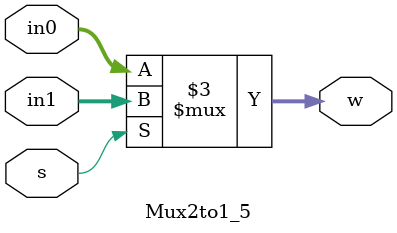
<source format=v>
module ID
	(
		input clk,rst,
		// from IF
		input [31:0] instruction,PCIn,
		// from WB stage
		input WB_ENin,
		input[4:0] WB_Dest,
		input [31:0] WB_Data,
		//to stage register
		output WB_ENout,
		output[1:0] MEM_SignalOut,Branch_TypeOut,
		output[3:0]EXE_CMDout,
		output[31:0] val1,val2,reg2_,PCOut,
		output[4:0] destOut,
		
		input flushIn,
		output flushOut
	);
	wire WB_EnWire;
	wire [1:0] Branch_TypeIn,MEM_SignalIn;
	wire [3:0] EXE_CMDin;
	wire [4:0] DestWire;
	wire [31:0] muxOut,reg1,reg2;
	IDsub _IDsub(
		clk,rst,
		// from IF
		instruction,
		// from WB stage
		WB_ENin,
		WB_Dest,
		WB_Data,
		//to stage register
		DestWire,
		reg1,muxOut,reg2,
		Branch_TypeIn,
		EXE_CMDin,
		// mem_signal
		MEM_SignalIn,
		// write back enable
		WB_EnWire);
	
	IDReg _IDReg(
		clk,rst,
		// to stage Register
		DestWire,
		reg1,reg2,muxOut,PCIn,
		Branch_TypeIn,
		EXE_CMDin,
		MEM_SignalIn, 
		WB_EnWire,
		// to stage register
		destOut,
		val1,reg2_,val2,PCOut,
		Branch_TypeOut,
		EXE_CMDout,
		MEM_SignalOut,
		WB_ENout,
		// from EXE stage
		lushIn,
		flushOut);
endmodule

// * * * * * * * * * * * * * * * * * * * * * * * * * * * * * * * *
module IDsub
	(
		input clk,rst,
		// from IF
		input [31:0] instruction,
		// from WB stage
		input WB_ENin,
		input[4:0] WB_Dest,
		input[31:0] WB_Data,
		//to stage register
		output[4:0] Dest,
		output [31:0] reg1,muxOut,reg2,
		output[1:0] Branch_Type,
		output[3:0] EXE_CMD,
		// mem_signal
		output[1:0] MEM_Signal,
		// write back enable
		output WB_EN
	);

wire is_imm;
wire [31:0] sgnExtendOut;

// * * * * * * * Description * * * * * * * 
// val1 is reg1
// val2 is muxOut 
// * * * * * * * * * * * * * * * * * * * * 

// **** Registe File ****
//RegisterFile(input clk,RegWrt, input [4:0] RdReg1,RdReg2,WrtReg,input [31:0] WrtData, output [31:0] RdData1,RdData2);
RegisterFile _regFile (clk,WB_ENin,instruction[25:21],instruction[20:16],WB_Dest,WB_Data,reg1,reg2);


// **** Sign Extend ****
//module signExtend(input[15:0] in, output[31:0] out);
signExtend _signExtend(instruction[15:0],sgnExtendOut);

// **** Mux ****
//module Mux2to1_32(input s, input [31:0] in0,in1, output [31:0] w);
Mux2to1_32 _mux (is_imm,reg2,sgnExtendOut,muxOut); 				

// **** Mux ****
Mux2to1_5 _muxDest (is_imm,instruction[15:11],instruction[20:16],Dest);

// **** CU ****
//module controller(input[5:0] opcode, output WB_En,output[1:0] Mem_Signals, output[1:0] Branch_Type, output[3:0] Exe_Cmd, output isImm);
controller _cont(instruction[31:26],WB_EN,MEM_Signal,Branch_Type,EXE_CMD,is_imm);
	
endmodule
// * * * * * * * * * * * * * * * * * * * * * * * * * * * * * * * *
module IDReg
	(
		input clk,rst,
		// to stage Register
		input[4:0] destIn,
		input[31:0] reg1_in,reg2_in,muxOut,PCIn,
		input[1:0] Branch_TypeIn,
		input[3:0]EXE_CMDin,
		input[1:0] MEM_SignalIn, 
		input WB_ENin,
		// to stage register
		output reg[4:0] destOut,
		output reg[31:0] val1,reg2,val2,PCOut,
		output reg[1:0] Branch_TypeOut,
		output reg[3:0]EXE_CMDout,
		output reg[1:0] MEM_SignalOut,
		output reg WB_ENout,
		// from EXE stage
		input flushIn,
		output reg flushOut
		
	);
			
	always@(posedge clk,posedge rst) begin
		if (rst) begin
			destOut <= 5'd0;
			val1 <= 32'd0;
			reg2 <= 32'd0;
			val2 <= 32'd0;
			PCOut <= 32'd0;
			WB_ENout <= 1'd0;
			MEM_SignalOut <= 2'd0;
			Branch_TypeOut <= 2'd0;
			EXE_CMDout <= 4'd0;
			flushOut <= 1'd0;
		end
		else begin
			destOut <= destIn;
			val1 <= reg1_in;
			reg2 <= reg2_in;
			val2 <= muxOut;
			PCOut <= PCIn;
			WB_ENout <= WB_ENin;
			MEM_SignalOut <= MEM_SignalIn;
			Branch_TypeOut <= Branch_TypeIn;
			EXE_CMDout <= EXE_CMDin;
			flushOut <= flushIn;
		end
	end
			
			
endmodule
// * * * * * * * * * * * * * * * * * * * * * * * * * * * * * * * *
module controller(input [5:0] opcode, output reg WB_En, output reg [1:0] Mem_Signals, output reg [1:0] Branch_Type, output reg [3:0] Exe_Cmd, output reg isImm);
	always @(*) begin
		case (opcode)
			6'b000000: {WB_En, Mem_Signals, Branch_Type, Exe_Cmd, isImm} = 10'b0000000000; // NOP
			6'b000001: {WB_En, Mem_Signals, Branch_Type, Exe_Cmd, isImm} = 10'b1000000000; // ADD
			6'b000011: {WB_En, Mem_Signals, Branch_Type, Exe_Cmd, isImm} = 10'b1000000100; // SUB
			6'b000101: {WB_En, Mem_Signals, Branch_Type, Exe_Cmd, isImm} = 10'b1000001000; // AND
			6'b000110: {WB_En, Mem_Signals, Branch_Type, Exe_Cmd, isImm} = 10'b1000001010; // OR
			6'b000111: {WB_En, Mem_Signals, Branch_Type, Exe_Cmd, isImm} = 10'b1000001100; // NOR
			6'b001000: {WB_En, Mem_Signals, Branch_Type, Exe_Cmd, isImm} = 10'b1000001110; // XOR
			6'b001001: {WB_En, Mem_Signals, Branch_Type, Exe_Cmd, isImm} = 10'b1000010000; // SLA
			6'b001010: {WB_En, Mem_Signals, Branch_Type, Exe_Cmd, isImm} = 10'b1000010000; // SLL
			6'b001011: {WB_En, Mem_Signals, Branch_Type, Exe_Cmd, isImm} = 10'b1000010010; // SRA
			6'b001100: {WB_En, Mem_Signals, Branch_Type, Exe_Cmd, isImm} = 10'b1000010100; // SRL
			6'b100000: {WB_En, Mem_Signals, Branch_Type, Exe_Cmd, isImm} = 10'b1000000001; // ADDI
			6'b100001: {WB_En, Mem_Signals, Branch_Type, Exe_Cmd, isImm} = 10'b1000000101; // SUBI
			6'b100100: {WB_En, Mem_Signals, Branch_Type, Exe_Cmd, isImm} = 10'b1100000001; // LD
			6'b100101: {WB_En, Mem_Signals, Branch_Type, Exe_Cmd, isImm} = 10'b0010000001; // ST
			6'b101000: {WB_En, Mem_Signals, Branch_Type, Exe_Cmd, isImm} = 10'b0000100001; // BEZ
			6'b101001: {WB_En, Mem_Signals, Branch_Type, Exe_Cmd, isImm} = 10'b0001000001; // BNE
			6'b101010: {WB_En, Mem_Signals, Branch_Type, Exe_Cmd, isImm} = 10'b0001000001; // JMP
			default : {WB_En, Mem_Signals, Branch_Type, Exe_Cmd, isImm} = 10'b0000000000; // NOP
		endcase
	end
endmodule 
// * * * * * * * * * * * * * * * * * * * * * * * * * * * * * * * *
module RegisterFile(input clk,RegWrt, input [4:0] RdReg1,RdReg2,WrtReg,input [31:0] WrtData, output [31:0] RdData1,RdData2);
	reg	[31:0] reg_file[31:0];
	integer i;
	initial begin	
	    for(i = 0; i < 32; i = i+1) begin
	        reg_file[i] = i;
		end
	end
	
    always @(negedge clk) begin
		if (RegWrt) begin
			reg_file[WrtReg] <= WrtData; 
		end
	end
	
	assign RdData1 = reg_file[RdReg1];
	assign RdData2 = reg_file[RdReg2];
	
endmodule  
// * * * * * * * * * * * * * * * * * * * * * * * * * * * * * * * *
module signExtend(input[15:0] in, output[31:0] out);
	wire [15:0] sign;
	generate
		genvar i;
		for(i = 0; i < 16; i = i+1) begin : Hi
			assign sign[i] = in[15];
		end
	endgenerate
	
	assign out = {sign,in};
	
endmodule
// * * * * * * * * * * * * * * * * * * * * * * * * * * * * * * * *
module Mux2to1_32(input s, input [31:0] in0,in1, output [31:0] w);
	assign w = (s == 0) ? in0 : in1;
endmodule
// * * * * * * * * * * * * * * * * * * * * * * * * * * * * * * * *
module Mux2to1_5(input s, input [4:0] in0,in1, output [4:0] w);
	assign w = (s == 0) ? in0 : in1;
endmodule
// * * * * * * * * * * * * * * * * * * * * * * * * * * * * * * * *




</source>
